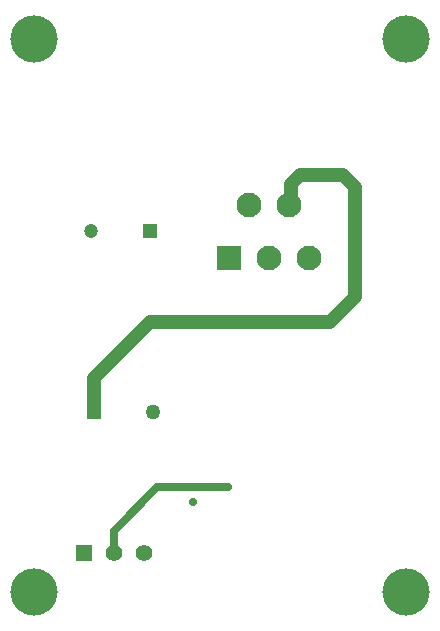
<source format=gbl>
G04*
G04 #@! TF.GenerationSoftware,Altium Limited,Altium Designer,20.0.13 (296)*
G04*
G04 Layer_Physical_Order=2*
G04 Layer_Color=16711680*
%FSLAX44Y44*%
%MOMM*%
G71*
G01*
G75*
%ADD39C,1.2000*%
%ADD40C,0.7000*%
%ADD42R,1.4000X1.4000*%
%ADD43C,1.4000*%
%ADD44R,2.1000X2.1000*%
%ADD45C,2.1000*%
%ADD46R,1.2000X1.2000*%
%ADD47C,1.2000*%
%ADD48R,1.2750X1.2750*%
%ADD49C,1.2750*%
%ADD50C,4.0000*%
%ADD51C,0.7000*%
D39*
X812330Y899960D02*
X859790Y947420D01*
X812330Y871220D02*
Y899960D01*
X859790Y947420D02*
X1012190D01*
X1033780Y969010D02*
Y1061720D01*
X1012190Y947420D02*
X1033780Y969010D01*
X986790Y1071880D02*
X1023620D01*
X1033780Y1061720D01*
X977900Y1046480D02*
X979622Y1048202D01*
Y1064712D01*
X986790Y1071880D01*
D40*
X829310Y751840D02*
Y770890D01*
X866140Y807720D02*
X925830D01*
X829310Y770890D02*
X866140Y807720D01*
D42*
X803910Y751840D02*
D03*
D43*
X829310D02*
D03*
X854710D02*
D03*
D44*
X926900Y1001880D02*
D03*
D45*
X960900D02*
D03*
X994900D02*
D03*
X943900Y1046480D02*
D03*
X977900D02*
D03*
D46*
X860260Y1024890D02*
D03*
D47*
X810260D02*
D03*
D48*
X812330Y871220D02*
D03*
D49*
X862330D02*
D03*
D50*
X762000Y1187450D02*
D03*
X1076960D02*
D03*
X762000Y718820D02*
D03*
X1076960D02*
D03*
D51*
X925830Y807720D02*
D03*
X896620Y795020D02*
D03*
M02*

</source>
